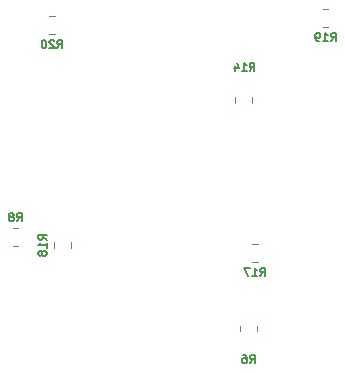
<source format=gbo>
G04 #@! TF.GenerationSoftware,KiCad,Pcbnew,(6.0.6)*
G04 #@! TF.CreationDate,2023-08-29T14:40:31+02:00*
G04 #@! TF.ProjectId,digital-isolator-6t2r,64696769-7461-46c2-9d69-736f6c61746f,rev?*
G04 #@! TF.SameCoordinates,Original*
G04 #@! TF.FileFunction,Legend,Bot*
G04 #@! TF.FilePolarity,Positive*
%FSLAX46Y46*%
G04 Gerber Fmt 4.6, Leading zero omitted, Abs format (unit mm)*
G04 Created by KiCad (PCBNEW (6.0.6)) date 2023-08-29 14:40:31*
%MOMM*%
%LPD*%
G01*
G04 APERTURE LIST*
%ADD10C,0.150000*%
%ADD11C,0.120000*%
%ADD12C,3.200000*%
%ADD13R,1.700000X1.700000*%
%ADD14O,1.700000X1.700000*%
G04 APERTURE END LIST*
D10*
X114450000Y-35716666D02*
X114683333Y-35383333D01*
X114850000Y-35716666D02*
X114850000Y-35016666D01*
X114583333Y-35016666D01*
X114516666Y-35050000D01*
X114483333Y-35083333D01*
X114450000Y-35150000D01*
X114450000Y-35250000D01*
X114483333Y-35316666D01*
X114516666Y-35350000D01*
X114583333Y-35383333D01*
X114850000Y-35383333D01*
X113783333Y-35716666D02*
X114183333Y-35716666D01*
X113983333Y-35716666D02*
X113983333Y-35016666D01*
X114050000Y-35116666D01*
X114116666Y-35183333D01*
X114183333Y-35216666D01*
X113450000Y-35716666D02*
X113316666Y-35716666D01*
X113250000Y-35683333D01*
X113216666Y-35650000D01*
X113150000Y-35550000D01*
X113116666Y-35416666D01*
X113116666Y-35150000D01*
X113150000Y-35083333D01*
X113183333Y-35050000D01*
X113250000Y-35016666D01*
X113383333Y-35016666D01*
X113450000Y-35050000D01*
X113483333Y-35083333D01*
X113516666Y-35150000D01*
X113516666Y-35316666D01*
X113483333Y-35383333D01*
X113450000Y-35416666D01*
X113383333Y-35450000D01*
X113250000Y-35450000D01*
X113183333Y-35416666D01*
X113150000Y-35383333D01*
X113116666Y-35316666D01*
X107586666Y-62986666D02*
X107820000Y-62653333D01*
X107986666Y-62986666D02*
X107986666Y-62286666D01*
X107720000Y-62286666D01*
X107653333Y-62320000D01*
X107620000Y-62353333D01*
X107586666Y-62420000D01*
X107586666Y-62520000D01*
X107620000Y-62586666D01*
X107653333Y-62620000D01*
X107720000Y-62653333D01*
X107986666Y-62653333D01*
X106986666Y-62286666D02*
X107120000Y-62286666D01*
X107186666Y-62320000D01*
X107220000Y-62353333D01*
X107286666Y-62453333D01*
X107320000Y-62586666D01*
X107320000Y-62853333D01*
X107286666Y-62920000D01*
X107253333Y-62953333D01*
X107186666Y-62986666D01*
X107053333Y-62986666D01*
X106986666Y-62953333D01*
X106953333Y-62920000D01*
X106920000Y-62853333D01*
X106920000Y-62686666D01*
X106953333Y-62620000D01*
X106986666Y-62586666D01*
X107053333Y-62553333D01*
X107186666Y-62553333D01*
X107253333Y-62586666D01*
X107286666Y-62620000D01*
X107320000Y-62686666D01*
X108460000Y-55616666D02*
X108693333Y-55283333D01*
X108860000Y-55616666D02*
X108860000Y-54916666D01*
X108593333Y-54916666D01*
X108526666Y-54950000D01*
X108493333Y-54983333D01*
X108460000Y-55050000D01*
X108460000Y-55150000D01*
X108493333Y-55216666D01*
X108526666Y-55250000D01*
X108593333Y-55283333D01*
X108860000Y-55283333D01*
X107793333Y-55616666D02*
X108193333Y-55616666D01*
X107993333Y-55616666D02*
X107993333Y-54916666D01*
X108060000Y-55016666D01*
X108126666Y-55083333D01*
X108193333Y-55116666D01*
X107560000Y-54916666D02*
X107093333Y-54916666D01*
X107393333Y-55616666D01*
X87866666Y-50966666D02*
X88100000Y-50633333D01*
X88266666Y-50966666D02*
X88266666Y-50266666D01*
X88000000Y-50266666D01*
X87933333Y-50300000D01*
X87900000Y-50333333D01*
X87866666Y-50400000D01*
X87866666Y-50500000D01*
X87900000Y-50566666D01*
X87933333Y-50600000D01*
X88000000Y-50633333D01*
X88266666Y-50633333D01*
X87466666Y-50566666D02*
X87533333Y-50533333D01*
X87566666Y-50500000D01*
X87600000Y-50433333D01*
X87600000Y-50400000D01*
X87566666Y-50333333D01*
X87533333Y-50300000D01*
X87466666Y-50266666D01*
X87333333Y-50266666D01*
X87266666Y-50300000D01*
X87233333Y-50333333D01*
X87200000Y-50400000D01*
X87200000Y-50433333D01*
X87233333Y-50500000D01*
X87266666Y-50533333D01*
X87333333Y-50566666D01*
X87466666Y-50566666D01*
X87533333Y-50600000D01*
X87566666Y-50633333D01*
X87600000Y-50700000D01*
X87600000Y-50833333D01*
X87566666Y-50900000D01*
X87533333Y-50933333D01*
X87466666Y-50966666D01*
X87333333Y-50966666D01*
X87266666Y-50933333D01*
X87233333Y-50900000D01*
X87200000Y-50833333D01*
X87200000Y-50700000D01*
X87233333Y-50633333D01*
X87266666Y-50600000D01*
X87333333Y-50566666D01*
X90376666Y-52540000D02*
X90043333Y-52306666D01*
X90376666Y-52140000D02*
X89676666Y-52140000D01*
X89676666Y-52406666D01*
X89710000Y-52473333D01*
X89743333Y-52506666D01*
X89810000Y-52540000D01*
X89910000Y-52540000D01*
X89976666Y-52506666D01*
X90010000Y-52473333D01*
X90043333Y-52406666D01*
X90043333Y-52140000D01*
X90376666Y-53206666D02*
X90376666Y-52806666D01*
X90376666Y-53006666D02*
X89676666Y-53006666D01*
X89776666Y-52940000D01*
X89843333Y-52873333D01*
X89876666Y-52806666D01*
X89976666Y-53606666D02*
X89943333Y-53540000D01*
X89910000Y-53506666D01*
X89843333Y-53473333D01*
X89810000Y-53473333D01*
X89743333Y-53506666D01*
X89710000Y-53540000D01*
X89676666Y-53606666D01*
X89676666Y-53740000D01*
X89710000Y-53806666D01*
X89743333Y-53840000D01*
X89810000Y-53873333D01*
X89843333Y-53873333D01*
X89910000Y-53840000D01*
X89943333Y-53806666D01*
X89976666Y-53740000D01*
X89976666Y-53606666D01*
X90010000Y-53540000D01*
X90043333Y-53506666D01*
X90110000Y-53473333D01*
X90243333Y-53473333D01*
X90310000Y-53506666D01*
X90343333Y-53540000D01*
X90376666Y-53606666D01*
X90376666Y-53740000D01*
X90343333Y-53806666D01*
X90310000Y-53840000D01*
X90243333Y-53873333D01*
X90110000Y-53873333D01*
X90043333Y-53840000D01*
X90010000Y-53806666D01*
X89976666Y-53740000D01*
X91280000Y-36316666D02*
X91513333Y-35983333D01*
X91680000Y-36316666D02*
X91680000Y-35616666D01*
X91413333Y-35616666D01*
X91346666Y-35650000D01*
X91313333Y-35683333D01*
X91280000Y-35750000D01*
X91280000Y-35850000D01*
X91313333Y-35916666D01*
X91346666Y-35950000D01*
X91413333Y-35983333D01*
X91680000Y-35983333D01*
X91013333Y-35683333D02*
X90980000Y-35650000D01*
X90913333Y-35616666D01*
X90746666Y-35616666D01*
X90680000Y-35650000D01*
X90646666Y-35683333D01*
X90613333Y-35750000D01*
X90613333Y-35816666D01*
X90646666Y-35916666D01*
X91046666Y-36316666D01*
X90613333Y-36316666D01*
X90180000Y-35616666D02*
X90113333Y-35616666D01*
X90046666Y-35650000D01*
X90013333Y-35683333D01*
X89980000Y-35750000D01*
X89946666Y-35883333D01*
X89946666Y-36050000D01*
X89980000Y-36183333D01*
X90013333Y-36250000D01*
X90046666Y-36283333D01*
X90113333Y-36316666D01*
X90180000Y-36316666D01*
X90246666Y-36283333D01*
X90280000Y-36250000D01*
X90313333Y-36183333D01*
X90346666Y-36050000D01*
X90346666Y-35883333D01*
X90313333Y-35750000D01*
X90280000Y-35683333D01*
X90246666Y-35650000D01*
X90180000Y-35616666D01*
X107570000Y-38266666D02*
X107803333Y-37933333D01*
X107970000Y-38266666D02*
X107970000Y-37566666D01*
X107703333Y-37566666D01*
X107636666Y-37600000D01*
X107603333Y-37633333D01*
X107570000Y-37700000D01*
X107570000Y-37800000D01*
X107603333Y-37866666D01*
X107636666Y-37900000D01*
X107703333Y-37933333D01*
X107970000Y-37933333D01*
X106903333Y-38266666D02*
X107303333Y-38266666D01*
X107103333Y-38266666D02*
X107103333Y-37566666D01*
X107170000Y-37666666D01*
X107236666Y-37733333D01*
X107303333Y-37766666D01*
X106303333Y-37800000D02*
X106303333Y-38266666D01*
X106470000Y-37533333D02*
X106636666Y-38033333D01*
X106203333Y-38033333D01*
D11*
X113772936Y-33015000D02*
X114227064Y-33015000D01*
X113772936Y-34485000D02*
X114227064Y-34485000D01*
X106715000Y-60277064D02*
X106715000Y-59822936D01*
X108185000Y-60277064D02*
X108185000Y-59822936D01*
X107782936Y-54385000D02*
X108237064Y-54385000D01*
X107782936Y-52915000D02*
X108237064Y-52915000D01*
X87977064Y-53035000D02*
X87522936Y-53035000D01*
X87977064Y-51565000D02*
X87522936Y-51565000D01*
X92445000Y-52762936D02*
X92445000Y-53217064D01*
X90975000Y-52762936D02*
X90975000Y-53217064D01*
X90602936Y-33615000D02*
X91057064Y-33615000D01*
X90602936Y-35085000D02*
X91057064Y-35085000D01*
X106315000Y-40927064D02*
X106315000Y-40472936D01*
X107785000Y-40927064D02*
X107785000Y-40472936D01*
%LPC*%
D12*
X119760000Y-70700000D03*
D13*
X116200000Y-43825000D03*
D14*
X118740000Y-43825000D03*
X116200000Y-46365000D03*
X118740000Y-46365000D03*
X116200000Y-48905000D03*
X118740000Y-48905000D03*
X116200000Y-51445000D03*
X118740000Y-51445000D03*
X116200000Y-53985000D03*
X118740000Y-53985000D03*
X116200000Y-56525000D03*
X118740000Y-56525000D03*
X116200000Y-59065000D03*
X118740000Y-59065000D03*
X116200000Y-61605000D03*
X118740000Y-61605000D03*
D13*
X82350000Y-61575000D03*
D14*
X79810000Y-61575000D03*
X82350000Y-59035000D03*
X79810000Y-59035000D03*
X82350000Y-56495000D03*
X79810000Y-56495000D03*
X82350000Y-53955000D03*
X79810000Y-53955000D03*
X82350000Y-51415000D03*
X79810000Y-51415000D03*
X82350000Y-48875000D03*
X79810000Y-48875000D03*
X82350000Y-46335000D03*
X79810000Y-46335000D03*
X82350000Y-43795000D03*
X79810000Y-43795000D03*
D12*
X119760000Y-34700000D03*
G36*
G01*
X112400000Y-34200000D02*
X112400000Y-33300000D01*
G75*
G02*
X112650000Y-33050000I250000J0D01*
G01*
X113350000Y-33050000D01*
G75*
G02*
X113600000Y-33300000I0J-250000D01*
G01*
X113600000Y-34200000D01*
G75*
G02*
X113350000Y-34450000I-250000J0D01*
G01*
X112650000Y-34450000D01*
G75*
G02*
X112400000Y-34200000I0J250000D01*
G01*
G37*
G36*
G01*
X114400000Y-34200000D02*
X114400000Y-33300000D01*
G75*
G02*
X114650000Y-33050000I250000J0D01*
G01*
X115350000Y-33050000D01*
G75*
G02*
X115600000Y-33300000I0J-250000D01*
G01*
X115600000Y-34200000D01*
G75*
G02*
X115350000Y-34450000I-250000J0D01*
G01*
X114650000Y-34450000D01*
G75*
G02*
X114400000Y-34200000I0J250000D01*
G01*
G37*
G36*
G01*
X107900000Y-61650000D02*
X107000000Y-61650000D01*
G75*
G02*
X106750000Y-61400000I0J250000D01*
G01*
X106750000Y-60700000D01*
G75*
G02*
X107000000Y-60450000I250000J0D01*
G01*
X107900000Y-60450000D01*
G75*
G02*
X108150000Y-60700000I0J-250000D01*
G01*
X108150000Y-61400000D01*
G75*
G02*
X107900000Y-61650000I-250000J0D01*
G01*
G37*
G36*
G01*
X107900000Y-59650000D02*
X107000000Y-59650000D01*
G75*
G02*
X106750000Y-59400000I0J250000D01*
G01*
X106750000Y-58700000D01*
G75*
G02*
X107000000Y-58450000I250000J0D01*
G01*
X107900000Y-58450000D01*
G75*
G02*
X108150000Y-58700000I0J-250000D01*
G01*
X108150000Y-59400000D01*
G75*
G02*
X107900000Y-59650000I-250000J0D01*
G01*
G37*
G36*
G01*
X106410000Y-54100000D02*
X106410000Y-53200000D01*
G75*
G02*
X106660000Y-52950000I250000J0D01*
G01*
X107360000Y-52950000D01*
G75*
G02*
X107610000Y-53200000I0J-250000D01*
G01*
X107610000Y-54100000D01*
G75*
G02*
X107360000Y-54350000I-250000J0D01*
G01*
X106660000Y-54350000D01*
G75*
G02*
X106410000Y-54100000I0J250000D01*
G01*
G37*
G36*
G01*
X108410000Y-54100000D02*
X108410000Y-53200000D01*
G75*
G02*
X108660000Y-52950000I250000J0D01*
G01*
X109360000Y-52950000D01*
G75*
G02*
X109610000Y-53200000I0J-250000D01*
G01*
X109610000Y-54100000D01*
G75*
G02*
X109360000Y-54350000I-250000J0D01*
G01*
X108660000Y-54350000D01*
G75*
G02*
X108410000Y-54100000I0J250000D01*
G01*
G37*
G36*
G01*
X89350000Y-51850000D02*
X89350000Y-52750000D01*
G75*
G02*
X89100000Y-53000000I-250000J0D01*
G01*
X88400000Y-53000000D01*
G75*
G02*
X88150000Y-52750000I0J250000D01*
G01*
X88150000Y-51850000D01*
G75*
G02*
X88400000Y-51600000I250000J0D01*
G01*
X89100000Y-51600000D01*
G75*
G02*
X89350000Y-51850000I0J-250000D01*
G01*
G37*
G36*
G01*
X87350000Y-51850000D02*
X87350000Y-52750000D01*
G75*
G02*
X87100000Y-53000000I-250000J0D01*
G01*
X86400000Y-53000000D01*
G75*
G02*
X86150000Y-52750000I0J250000D01*
G01*
X86150000Y-51850000D01*
G75*
G02*
X86400000Y-51600000I250000J0D01*
G01*
X87100000Y-51600000D01*
G75*
G02*
X87350000Y-51850000I0J-250000D01*
G01*
G37*
G36*
G01*
X91260000Y-51390000D02*
X92160000Y-51390000D01*
G75*
G02*
X92410000Y-51640000I0J-250000D01*
G01*
X92410000Y-52340000D01*
G75*
G02*
X92160000Y-52590000I-250000J0D01*
G01*
X91260000Y-52590000D01*
G75*
G02*
X91010000Y-52340000I0J250000D01*
G01*
X91010000Y-51640000D01*
G75*
G02*
X91260000Y-51390000I250000J0D01*
G01*
G37*
G36*
G01*
X91260000Y-53390000D02*
X92160000Y-53390000D01*
G75*
G02*
X92410000Y-53640000I0J-250000D01*
G01*
X92410000Y-54340000D01*
G75*
G02*
X92160000Y-54590000I-250000J0D01*
G01*
X91260000Y-54590000D01*
G75*
G02*
X91010000Y-54340000I0J250000D01*
G01*
X91010000Y-53640000D01*
G75*
G02*
X91260000Y-53390000I250000J0D01*
G01*
G37*
G36*
G01*
X89230000Y-34800000D02*
X89230000Y-33900000D01*
G75*
G02*
X89480000Y-33650000I250000J0D01*
G01*
X90180000Y-33650000D01*
G75*
G02*
X90430000Y-33900000I0J-250000D01*
G01*
X90430000Y-34800000D01*
G75*
G02*
X90180000Y-35050000I-250000J0D01*
G01*
X89480000Y-35050000D01*
G75*
G02*
X89230000Y-34800000I0J250000D01*
G01*
G37*
G36*
G01*
X91230000Y-34800000D02*
X91230000Y-33900000D01*
G75*
G02*
X91480000Y-33650000I250000J0D01*
G01*
X92180000Y-33650000D01*
G75*
G02*
X92430000Y-33900000I0J-250000D01*
G01*
X92430000Y-34800000D01*
G75*
G02*
X92180000Y-35050000I-250000J0D01*
G01*
X91480000Y-35050000D01*
G75*
G02*
X91230000Y-34800000I0J250000D01*
G01*
G37*
G36*
G01*
X107500000Y-42300000D02*
X106600000Y-42300000D01*
G75*
G02*
X106350000Y-42050000I0J250000D01*
G01*
X106350000Y-41350000D01*
G75*
G02*
X106600000Y-41100000I250000J0D01*
G01*
X107500000Y-41100000D01*
G75*
G02*
X107750000Y-41350000I0J-250000D01*
G01*
X107750000Y-42050000D01*
G75*
G02*
X107500000Y-42300000I-250000J0D01*
G01*
G37*
G36*
G01*
X107500000Y-40300000D02*
X106600000Y-40300000D01*
G75*
G02*
X106350000Y-40050000I0J250000D01*
G01*
X106350000Y-39350000D01*
G75*
G02*
X106600000Y-39100000I250000J0D01*
G01*
X107500000Y-39100000D01*
G75*
G02*
X107750000Y-39350000I0J-250000D01*
G01*
X107750000Y-40050000D01*
G75*
G02*
X107500000Y-40300000I-250000J0D01*
G01*
G37*
M02*

</source>
